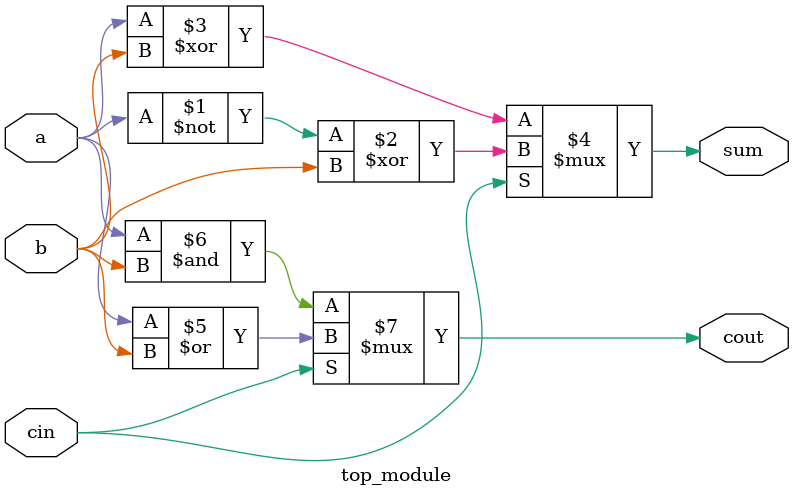
<source format=v>
module top_module( 
    input a, b, cin,
    output cout, sum );

    assign sum = cin ? (~a^b) : (a^b);
    assign cout = cin ? (a|b) : (a&b);

endmodule

</source>
